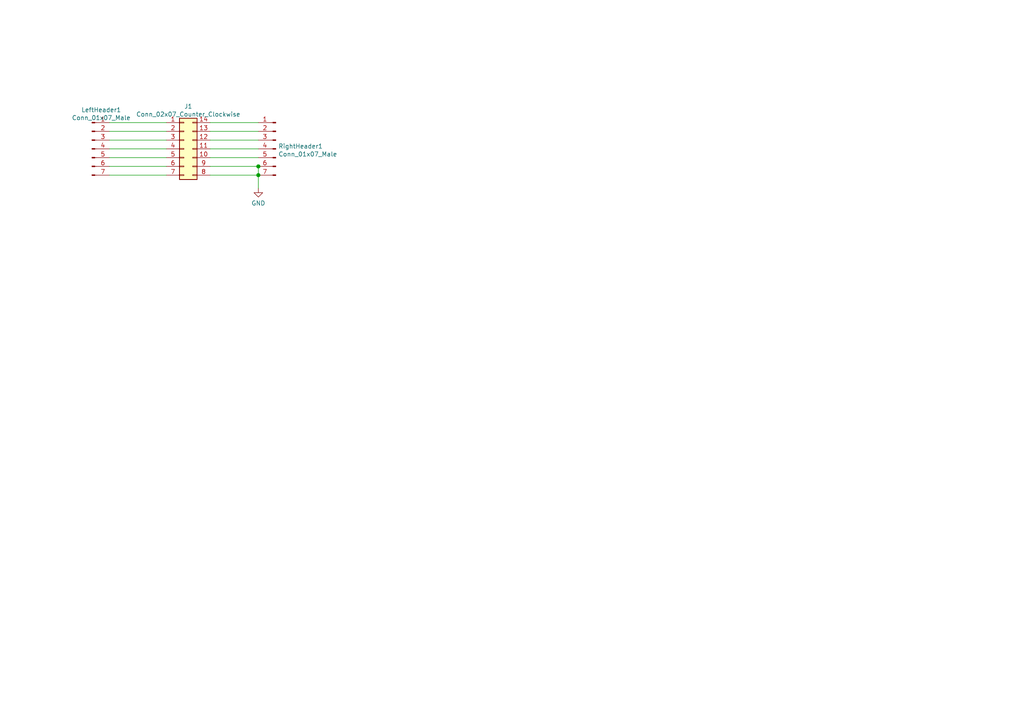
<source format=kicad_sch>
(kicad_sch (version 20210126) (generator eeschema)
  (paper "A4")
  (lib_symbols
    (symbol "Connector:Conn_01x07_Male" (pin_names (offset 1.016) hide)
      (property "Reference" "J" (at 0 10.16 0))
      (property "Value" "Conn_01x07_Male" (at 0 -10.16 0))
      (symbol "Conn_01x07_Male_1_1"
        (rectangle (start 0.8636 -7.493) (end 0 -7.747) (stroke (width 0.1524)) (fill (type outline)))
        (rectangle (start 0.8636 -4.953) (end 0 -5.207) (stroke (width 0.1524)) (fill (type outline)))
        (rectangle (start 0.8636 -2.413) (end 0 -2.667) (stroke (width 0.1524)) (fill (type outline)))
        (rectangle (start 0.8636 0.127) (end 0 -0.127) (stroke (width 0.1524)) (fill (type outline)))
        (rectangle (start 0.8636 2.667) (end 0 2.413) (stroke (width 0.1524)) (fill (type outline)))
        (rectangle (start 0.8636 5.207) (end 0 4.953) (stroke (width 0.1524)) (fill (type outline)))
        (rectangle (start 0.8636 7.747) (end 0 7.493) (stroke (width 0.1524)) (fill (type outline)))
        (polyline (pts (xy 1.27 -7.62) (xy 0.8636 -7.62)) (stroke (width 0.1524)))
        (polyline (pts (xy 1.27 -5.08) (xy 0.8636 -5.08)) (stroke (width 0.1524)))
        (polyline (pts (xy 1.27 -2.54) (xy 0.8636 -2.54)) (stroke (width 0.1524)))
        (polyline (pts (xy 1.27 0) (xy 0.8636 0)) (stroke (width 0.1524)))
        (polyline (pts (xy 1.27 2.54) (xy 0.8636 2.54)) (stroke (width 0.1524)))
        (polyline (pts (xy 1.27 5.08) (xy 0.8636 5.08)) (stroke (width 0.1524)))
        (polyline (pts (xy 1.27 7.62) (xy 0.8636 7.62)) (stroke (width 0.1524)))
        (pin passive line (at 5.08 7.62 180) (length 3.81) (name "Pin_1") (number "1"))
        (pin passive line (at 5.08 5.08 180) (length 3.81) (name "Pin_2") (number "2"))
        (pin passive line (at 5.08 2.54 180) (length 3.81) (name "Pin_3") (number "3"))
        (pin passive line (at 5.08 0 180) (length 3.81) (name "Pin_4") (number "4"))
        (pin passive line (at 5.08 -2.54 180) (length 3.81) (name "Pin_5") (number "5"))
        (pin passive line (at 5.08 -5.08 180) (length 3.81) (name "Pin_6") (number "6"))
        (pin passive line (at 5.08 -7.62 180) (length 3.81) (name "Pin_7") (number "7"))
      )
    )
    (symbol "Connector_Generic:Conn_02x07_Counter_Clockwise" (pin_names (offset 1.016) hide)
      (property "Reference" "J" (at 1.27 10.16 0))
      (property "Value" "Conn_02x07_Counter_Clockwise" (at 1.27 -10.16 0))
      (symbol "Conn_02x07_Counter_Clockwise_1_1"
        (rectangle (start -1.27 -7.493) (end 0 -7.747) (stroke (width 0.1524)))
        (rectangle (start -1.27 -4.953) (end 0 -5.207) (stroke (width 0.1524)))
        (rectangle (start -1.27 -2.413) (end 0 -2.667) (stroke (width 0.1524)))
        (rectangle (start -1.27 0.127) (end 0 -0.127) (stroke (width 0.1524)))
        (rectangle (start -1.27 2.667) (end 0 2.413) (stroke (width 0.1524)))
        (rectangle (start -1.27 5.207) (end 0 4.953) (stroke (width 0.1524)))
        (rectangle (start -1.27 7.747) (end 0 7.493) (stroke (width 0.1524)))
        (rectangle (start 3.81 -7.493) (end 2.54 -7.747) (stroke (width 0.1524)))
        (rectangle (start 3.81 -4.953) (end 2.54 -5.207) (stroke (width 0.1524)))
        (rectangle (start 3.81 -2.413) (end 2.54 -2.667) (stroke (width 0.1524)))
        (rectangle (start 3.81 0.127) (end 2.54 -0.127) (stroke (width 0.1524)))
        (rectangle (start 3.81 2.667) (end 2.54 2.413) (stroke (width 0.1524)))
        (rectangle (start 3.81 5.207) (end 2.54 4.953) (stroke (width 0.1524)))
        (rectangle (start 3.81 7.747) (end 2.54 7.493) (stroke (width 0.1524)))
        (rectangle (start -1.27 8.89) (end 3.81 -8.89) (stroke (width 0.254)) (fill (type background)))
        (pin passive line (at -5.08 7.62 0) (length 3.81) (name "Pin_1") (number "1"))
        (pin passive line (at 7.62 -2.54 180) (length 3.81) (name "Pin_10") (number "10"))
        (pin passive line (at 7.62 0 180) (length 3.81) (name "Pin_11") (number "11"))
        (pin passive line (at 7.62 2.54 180) (length 3.81) (name "Pin_12") (number "12"))
        (pin passive line (at 7.62 5.08 180) (length 3.81) (name "Pin_13") (number "13"))
        (pin passive line (at 7.62 7.62 180) (length 3.81) (name "Pin_14") (number "14"))
        (pin passive line (at -5.08 5.08 0) (length 3.81) (name "Pin_2") (number "2"))
        (pin passive line (at -5.08 2.54 0) (length 3.81) (name "Pin_3") (number "3"))
        (pin passive line (at -5.08 0 0) (length 3.81) (name "Pin_4") (number "4"))
        (pin passive line (at -5.08 -2.54 0) (length 3.81) (name "Pin_5") (number "5"))
        (pin passive line (at -5.08 -5.08 0) (length 3.81) (name "Pin_6") (number "6"))
        (pin passive line (at -5.08 -7.62 0) (length 3.81) (name "Pin_7") (number "7"))
        (pin passive line (at 7.62 -7.62 180) (length 3.81) (name "Pin_8") (number "8"))
        (pin passive line (at 7.62 -5.08 180) (length 3.81) (name "Pin_9") (number "9"))
      )
    )
    (symbol "power:GND" (power) (pin_names (offset 0))
      (property "Value" "GND" (at 0 -3.81 0))
      (symbol "GND_0_1"
        (polyline (pts (xy 0 0) (xy 0 -1.27) (xy 1.27 -1.27) (xy 0 -2.54) (xy -1.27 -1.27) (xy 0 -1.27)))
      )
      (symbol "GND_1_1"
        (pin power_in line (at 0 0 270) (length 0) hide (name "GND") (number "1"))
      )
    )
  )
  (junction (at 74.93 48.26) (diameter 1.016))
  (junction (at 74.93 50.8) (diameter 1.016))
  (wire (pts (xy 31.75 35.56) (xy 48.26 35.56)))
  (wire (pts (xy 31.75 38.1) (xy 48.26 38.1)))
  (wire (pts (xy 31.75 40.64) (xy 48.26 40.64)))
  (wire (pts (xy 31.75 43.18) (xy 48.26 43.18)))
  (wire (pts (xy 31.75 45.72) (xy 48.26 45.72)))
  (wire (pts (xy 31.75 48.26) (xy 48.26 48.26)))
  (wire (pts (xy 31.75 50.8) (xy 48.26 50.8)))
  (wire (pts (xy 60.96 35.56) (xy 74.93 35.56)))
  (wire (pts (xy 60.96 38.1) (xy 74.93 38.1)))
  (wire (pts (xy 60.96 40.64) (xy 74.93 40.64)))
  (wire (pts (xy 60.96 43.18) (xy 74.93 43.18)))
  (wire (pts (xy 60.96 45.72) (xy 74.93 45.72)))
  (wire (pts (xy 60.96 48.26) (xy 74.93 48.26)))
  (wire (pts (xy 60.96 50.8) (xy 74.93 50.8)))
  (wire (pts (xy 74.93 48.26) (xy 74.93 50.8)))
  (wire (pts (xy 74.93 50.8) (xy 74.93 54.61)))
  (symbol (lib_id "power:GND") (at 74.93 54.61 0) (unit 1)
    (property "Reference" "#PWR?" (effects hide))
    (property "Value" "GND" (at 74.93 58.9344 0))
  )
  (symbol (lib_id "Connector:Conn_01x07_Male") (at 26.67 43.18 0) (unit 1)
    (property "Reference" "LeftHeader1" (at 29.3624 31.8728 0))
    (property "Value" "Conn_01x07_Male" (at 29.3624 34.1715 0))
    (property "Footprint" "Connector_PinSocket_2.54mm:PinSocket_1x07_P2.54mm_Vertical" (effects hide))
  )
  (symbol (lib_id "Connector:Conn_01x07_Male") (at 80.01 43.18 0) (mirror y) (unit 1)
    (property "Reference" "RightHeader1" (at 80.7213 42.4191 0) (effects (justify right)))
    (property "Value" "Conn_01x07_Male" (at 80.7213 44.7178 0) (effects (justify right)))
    (property "Footprint" "Connector_PinSocket_2.54mm:PinSocket_1x07_P2.54mm_Vertical" (effects hide))
  )
  (symbol (lib_id "Connector_Generic:Conn_02x07_Counter_Clockwise") (at 53.34 43.18 0) (unit 1)
    (property "Reference" "J1" (at 54.61 30.8568 0))
    (property "Value" "Conn_02x07_Counter_Clockwise" (at 54.61 33.1555 0))
    (property "Footprint" "laser-diode-butterfly-mount:laser-diode-butterfly-mount" (effects hide))
  )
)
</source>
